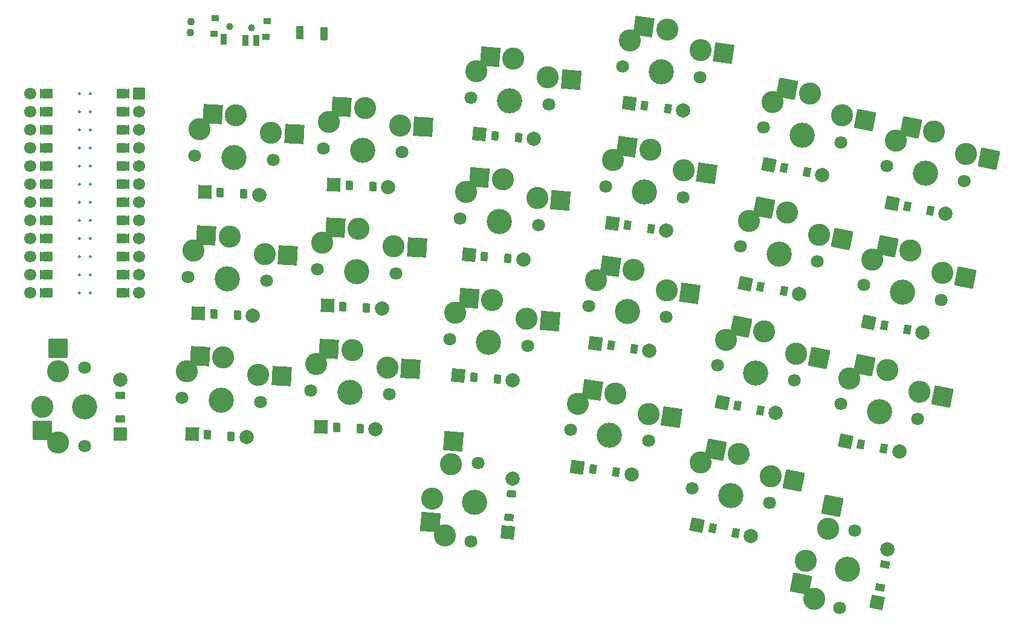
<source format=gbr>
%TF.GenerationSoftware,KiCad,Pcbnew,(6.0.9)*%
%TF.CreationDate,2022-11-07T09:36:57+01:00*%
%TF.ProjectId,itemun,6974656d-756e-42e6-9b69-6361645f7063,v1.0.0*%
%TF.SameCoordinates,Original*%
%TF.FileFunction,Soldermask,Bot*%
%TF.FilePolarity,Negative*%
%FSLAX46Y46*%
G04 Gerber Fmt 4.6, Leading zero omitted, Abs format (unit mm)*
G04 Created by KiCad (PCBNEW (6.0.9)) date 2022-11-07 09:36:57*
%MOMM*%
%LPD*%
G01*
G04 APERTURE LIST*
G04 Aperture macros list*
%AMRoundRect*
0 Rectangle with rounded corners*
0 $1 Rounding radius*
0 $2 $3 $4 $5 $6 $7 $8 $9 X,Y pos of 4 corners*
0 Add a 4 corners polygon primitive as box body*
4,1,4,$2,$3,$4,$5,$6,$7,$8,$9,$2,$3,0*
0 Add four circle primitives for the rounded corners*
1,1,$1+$1,$2,$3*
1,1,$1+$1,$4,$5*
1,1,$1+$1,$6,$7*
1,1,$1+$1,$8,$9*
0 Add four rect primitives between the rounded corners*
20,1,$1+$1,$2,$3,$4,$5,0*
20,1,$1+$1,$4,$5,$6,$7,0*
20,1,$1+$1,$6,$7,$8,$9,0*
20,1,$1+$1,$8,$9,$2,$3,0*%
%AMFreePoly0*
4,1,14,0.635355,0.435355,0.650000,0.400000,0.650000,0.200000,0.635355,0.164645,0.035355,-0.435355,0.000000,-0.450000,-0.035355,-0.435355,-0.635355,0.164645,-0.650000,0.200000,-0.650000,0.400000,-0.635355,0.435355,-0.600000,0.450000,0.600000,0.450000,0.635355,0.435355,0.635355,0.435355,$1*%
%AMFreePoly1*
4,1,16,0.635355,1.035355,0.650000,1.000000,0.650000,-0.250000,0.635355,-0.285355,0.600000,-0.300000,-0.600000,-0.300000,-0.635355,-0.285355,-0.650000,-0.250000,-0.650000,1.000000,-0.635355,1.035355,-0.600000,1.050000,-0.564645,1.035355,0.000000,0.470710,0.564645,1.035355,0.600000,1.050000,0.635355,1.035355,0.635355,1.035355,$1*%
G04 Aperture macros list end*
%ADD10C,0.250000*%
%ADD11C,0.100000*%
%ADD12C,1.801800*%
%ADD13C,3.100000*%
%ADD14C,3.529000*%
%ADD15RoundRect,0.050000X-1.366255X-1.230182X1.230182X-1.366255X1.366255X1.230182X-1.230182X1.366255X0*%
%ADD16C,1.100000*%
%ADD17RoundRect,0.050000X-1.524167X-1.028064X1.028064X-1.524167X1.524167X1.028064X-1.028064X1.524167X0*%
%ADD18RoundRect,0.050000X0.503112X-0.556218X0.674840X0.327247X-0.503112X0.556218X-0.674840X-0.327247X0*%
%ADD19C,2.005000*%
%ADD20RoundRect,0.050000X0.703037X-1.042296X1.042296X0.703037X-0.703037X1.042296X-1.042296X-0.703037X0*%
%ADD21RoundRect,0.050000X1.300000X-1.300000X1.300000X1.300000X-1.300000X1.300000X-1.300000X-1.300000X0*%
%ADD22RoundRect,0.050000X-0.556218X-0.503112X0.327247X-0.674840X0.556218X0.503112X-0.327247X0.674840X0*%
%ADD23RoundRect,0.050000X-1.042296X-0.703037X0.703037X-1.042296X1.042296X0.703037X-0.703037X1.042296X0*%
%ADD24RoundRect,0.050000X-1.468274X-1.106423X1.106423X-1.468274X1.468274X1.106423X-1.106423X1.468274X0*%
%ADD25RoundRect,0.050000X-0.480785X-0.575627X0.417982X-0.622729X0.480785X0.575627X-0.417982X0.622729X0*%
%ADD26RoundRect,0.050000X-0.934308X-0.841255X0.841255X-0.934308X0.934308X0.841255X-0.841255X0.934308X0*%
%ADD27RoundRect,0.050000X1.028064X-1.524167X1.524167X1.028064X-1.028064X1.524167X-1.524167X-1.028064X0*%
%ADD28RoundRect,0.050000X-0.500000X-0.400000X0.500000X-0.400000X0.500000X0.400000X-0.500000X0.400000X0*%
%ADD29C,1.000000*%
%ADD30RoundRect,0.050000X-0.350000X-0.750000X0.350000X-0.750000X0.350000X0.750000X-0.350000X0.750000X0*%
%ADD31RoundRect,0.050000X-0.450000X-0.850000X0.450000X-0.850000X0.450000X0.850000X-0.450000X0.850000X0*%
%ADD32RoundRect,0.050000X-1.408356X-1.181751X1.181751X-1.408356X1.408356X1.181751X-1.181751X1.408356X0*%
%ADD33RoundRect,0.050000X-0.500581X-0.558497X0.395994X-0.636937X0.500581X0.558497X-0.395994X0.636937X0*%
%ADD34RoundRect,0.050000X-0.963099X-0.808136X0.808136X-0.963099X0.963099X0.808136X-0.808136X0.963099X0*%
%ADD35RoundRect,0.050000X1.181751X-1.408356X1.408356X1.181751X-1.181751X1.408356X-1.408356X-1.181751X0*%
%ADD36RoundRect,0.050000X-0.529124X-0.531533X0.362117X-0.656789X0.529124X0.531533X-0.362117X0.656789X0*%
%ADD37RoundRect,0.050000X-1.004073X-0.756623X0.756623X-1.004073X1.004073X0.756623X-0.756623X1.004073X0*%
%ADD38RoundRect,0.050000X0.558497X-0.500581X0.636937X0.395994X-0.558497X0.500581X-0.636937X-0.395994X0*%
%ADD39RoundRect,0.050000X0.808136X-0.963099X0.963099X0.808136X-0.808136X0.963099X-0.963099X-0.808136X0*%
%ADD40RoundRect,0.050000X0.600000X-0.450000X0.600000X0.450000X-0.600000X0.450000X-0.600000X-0.450000X0*%
%ADD41RoundRect,0.050000X0.889000X-0.889000X0.889000X0.889000X-0.889000X0.889000X-0.889000X-0.889000X0*%
%ADD42C,1.700000*%
%ADD43FreePoly0,90.000000*%
%ADD44FreePoly0,270.000000*%
%ADD45RoundRect,0.050000X-0.800000X0.800000X-0.800000X-0.800000X0.800000X-0.800000X0.800000X0.800000X0*%
%ADD46FreePoly1,90.000000*%
%ADD47FreePoly1,270.000000*%
G04 APERTURE END LIST*
D10*
%TO.C,MCU1*%
X17294505Y27758803D02*
G75*
G03*
X17294505Y27758803I-125000J0D01*
G01*
X18818505Y42998803D02*
G75*
G03*
X18818505Y42998803I-125000J0D01*
G01*
X17294505Y32838803D02*
G75*
G03*
X17294505Y32838803I-125000J0D01*
G01*
X18818505Y17598803D02*
G75*
G03*
X18818505Y17598803I-125000J0D01*
G01*
X17294505Y22678803D02*
G75*
G03*
X17294505Y22678803I-125000J0D01*
G01*
X18818505Y37918803D02*
G75*
G03*
X18818505Y37918803I-125000J0D01*
G01*
X18818505Y25218803D02*
G75*
G03*
X18818505Y25218803I-125000J0D01*
G01*
X18818505Y20138803D02*
G75*
G03*
X18818505Y20138803I-125000J0D01*
G01*
X17294505Y37918803D02*
G75*
G03*
X17294505Y37918803I-125000J0D01*
G01*
X18818505Y27758803D02*
G75*
G03*
X18818505Y27758803I-125000J0D01*
G01*
X17294505Y30298803D02*
G75*
G03*
X17294505Y30298803I-125000J0D01*
G01*
X17294505Y17598803D02*
G75*
G03*
X17294505Y17598803I-125000J0D01*
G01*
X17294505Y40458803D02*
G75*
G03*
X17294505Y40458803I-125000J0D01*
G01*
X18818505Y40458803D02*
G75*
G03*
X18818505Y40458803I-125000J0D01*
G01*
X18818505Y35378803D02*
G75*
G03*
X18818505Y35378803I-125000J0D01*
G01*
X18818505Y30298803D02*
G75*
G03*
X18818505Y30298803I-125000J0D01*
G01*
X18818505Y22678803D02*
G75*
G03*
X18818505Y22678803I-125000J0D01*
G01*
X17294505Y42998803D02*
G75*
G03*
X17294505Y42998803I-125000J0D01*
G01*
X17294505Y20138803D02*
G75*
G03*
X17294505Y20138803I-125000J0D01*
G01*
X17294505Y25218803D02*
G75*
G03*
X17294505Y25218803I-125000J0D01*
G01*
X18818505Y32838803D02*
G75*
G03*
X18818505Y32838803I-125000J0D01*
G01*
X18818505Y45538803D02*
G75*
G03*
X18818505Y45538803I-125000J0D01*
G01*
X17294505Y35378803D02*
G75*
G03*
X17294505Y35378803I-125000J0D01*
G01*
X17294505Y45538803D02*
G75*
G03*
X17294505Y45538803I-125000J0D01*
G01*
G36*
X12851505Y29790803D02*
G01*
X11835505Y29790803D01*
X11835505Y30806803D01*
X12851505Y30806803D01*
X12851505Y29790803D01*
G37*
D11*
X12851505Y29790803D02*
X11835505Y29790803D01*
X11835505Y30806803D01*
X12851505Y30806803D01*
X12851505Y29790803D01*
G36*
X24027505Y32330803D02*
G01*
X23011505Y32330803D01*
X23011505Y33346803D01*
X24027505Y33346803D01*
X24027505Y32330803D01*
G37*
X24027505Y32330803D02*
X23011505Y32330803D01*
X23011505Y33346803D01*
X24027505Y33346803D01*
X24027505Y32330803D01*
G36*
X24027505Y29790803D02*
G01*
X23011505Y29790803D01*
X23011505Y30806803D01*
X24027505Y30806803D01*
X24027505Y29790803D01*
G37*
X24027505Y29790803D02*
X23011505Y29790803D01*
X23011505Y30806803D01*
X24027505Y30806803D01*
X24027505Y29790803D01*
G36*
X24027505Y22170803D02*
G01*
X23011505Y22170803D01*
X23011505Y23186803D01*
X24027505Y23186803D01*
X24027505Y22170803D01*
G37*
X24027505Y22170803D02*
X23011505Y22170803D01*
X23011505Y23186803D01*
X24027505Y23186803D01*
X24027505Y22170803D01*
G36*
X12851505Y39950803D02*
G01*
X11835505Y39950803D01*
X11835505Y40966803D01*
X12851505Y40966803D01*
X12851505Y39950803D01*
G37*
X12851505Y39950803D02*
X11835505Y39950803D01*
X11835505Y40966803D01*
X12851505Y40966803D01*
X12851505Y39950803D01*
G36*
X24027505Y24710803D02*
G01*
X23011505Y24710803D01*
X23011505Y25726803D01*
X24027505Y25726803D01*
X24027505Y24710803D01*
G37*
X24027505Y24710803D02*
X23011505Y24710803D01*
X23011505Y25726803D01*
X24027505Y25726803D01*
X24027505Y24710803D01*
G36*
X12851505Y37410803D02*
G01*
X11835505Y37410803D01*
X11835505Y38426803D01*
X12851505Y38426803D01*
X12851505Y37410803D01*
G37*
X12851505Y37410803D02*
X11835505Y37410803D01*
X11835505Y38426803D01*
X12851505Y38426803D01*
X12851505Y37410803D01*
G36*
X24027505Y19630803D02*
G01*
X23011505Y19630803D01*
X23011505Y20646803D01*
X24027505Y20646803D01*
X24027505Y19630803D01*
G37*
X24027505Y19630803D02*
X23011505Y19630803D01*
X23011505Y20646803D01*
X24027505Y20646803D01*
X24027505Y19630803D01*
G36*
X24027505Y45030803D02*
G01*
X23011505Y45030803D01*
X23011505Y46046803D01*
X24027505Y46046803D01*
X24027505Y45030803D01*
G37*
X24027505Y45030803D02*
X23011505Y45030803D01*
X23011505Y46046803D01*
X24027505Y46046803D01*
X24027505Y45030803D01*
G36*
X24027505Y39950803D02*
G01*
X23011505Y39950803D01*
X23011505Y40966803D01*
X24027505Y40966803D01*
X24027505Y39950803D01*
G37*
X24027505Y39950803D02*
X23011505Y39950803D01*
X23011505Y40966803D01*
X24027505Y40966803D01*
X24027505Y39950803D01*
G36*
X24027505Y42490803D02*
G01*
X23011505Y42490803D01*
X23011505Y43506803D01*
X24027505Y43506803D01*
X24027505Y42490803D01*
G37*
X24027505Y42490803D02*
X23011505Y42490803D01*
X23011505Y43506803D01*
X24027505Y43506803D01*
X24027505Y42490803D01*
G36*
X24027505Y27250803D02*
G01*
X23011505Y27250803D01*
X23011505Y28266803D01*
X24027505Y28266803D01*
X24027505Y27250803D01*
G37*
X24027505Y27250803D02*
X23011505Y27250803D01*
X23011505Y28266803D01*
X24027505Y28266803D01*
X24027505Y27250803D01*
G36*
X24027505Y37410803D02*
G01*
X23011505Y37410803D01*
X23011505Y38426803D01*
X24027505Y38426803D01*
X24027505Y37410803D01*
G37*
X24027505Y37410803D02*
X23011505Y37410803D01*
X23011505Y38426803D01*
X24027505Y38426803D01*
X24027505Y37410803D01*
G36*
X24027505Y17090803D02*
G01*
X23011505Y17090803D01*
X23011505Y18106803D01*
X24027505Y18106803D01*
X24027505Y17090803D01*
G37*
X24027505Y17090803D02*
X23011505Y17090803D01*
X23011505Y18106803D01*
X24027505Y18106803D01*
X24027505Y17090803D01*
G36*
X12851505Y32330803D02*
G01*
X11835505Y32330803D01*
X11835505Y33346803D01*
X12851505Y33346803D01*
X12851505Y32330803D01*
G37*
X12851505Y32330803D02*
X11835505Y32330803D01*
X11835505Y33346803D01*
X12851505Y33346803D01*
X12851505Y32330803D01*
G36*
X12851505Y42490803D02*
G01*
X11835505Y42490803D01*
X11835505Y43506803D01*
X12851505Y43506803D01*
X12851505Y42490803D01*
G37*
X12851505Y42490803D02*
X11835505Y42490803D01*
X11835505Y43506803D01*
X12851505Y43506803D01*
X12851505Y42490803D01*
G36*
X12851505Y34870803D02*
G01*
X11835505Y34870803D01*
X11835505Y35886803D01*
X12851505Y35886803D01*
X12851505Y34870803D01*
G37*
X12851505Y34870803D02*
X11835505Y34870803D01*
X11835505Y35886803D01*
X12851505Y35886803D01*
X12851505Y34870803D01*
G36*
X12851505Y27250803D02*
G01*
X11835505Y27250803D01*
X11835505Y28266803D01*
X12851505Y28266803D01*
X12851505Y27250803D01*
G37*
X12851505Y27250803D02*
X11835505Y27250803D01*
X11835505Y28266803D01*
X12851505Y28266803D01*
X12851505Y27250803D01*
G36*
X12851505Y17090803D02*
G01*
X11835505Y17090803D01*
X11835505Y18106803D01*
X12851505Y18106803D01*
X12851505Y17090803D01*
G37*
X12851505Y17090803D02*
X11835505Y17090803D01*
X11835505Y18106803D01*
X12851505Y18106803D01*
X12851505Y17090803D01*
G36*
X12851505Y19630803D02*
G01*
X11835505Y19630803D01*
X11835505Y20646803D01*
X12851505Y20646803D01*
X12851505Y19630803D01*
G37*
X12851505Y19630803D02*
X11835505Y19630803D01*
X11835505Y20646803D01*
X12851505Y20646803D01*
X12851505Y19630803D01*
G36*
X12851505Y45030803D02*
G01*
X11835505Y45030803D01*
X11835505Y46046803D01*
X12851505Y46046803D01*
X12851505Y45030803D01*
G37*
X12851505Y45030803D02*
X11835505Y45030803D01*
X11835505Y46046803D01*
X12851505Y46046803D01*
X12851505Y45030803D01*
G36*
X12851505Y22170803D02*
G01*
X11835505Y22170803D01*
X11835505Y23186803D01*
X12851505Y23186803D01*
X12851505Y22170803D01*
G37*
X12851505Y22170803D02*
X11835505Y22170803D01*
X11835505Y23186803D01*
X12851505Y23186803D01*
X12851505Y22170803D01*
G36*
X12851505Y24710803D02*
G01*
X11835505Y24710803D01*
X11835505Y25726803D01*
X12851505Y25726803D01*
X12851505Y24710803D01*
G37*
X12851505Y24710803D02*
X11835505Y24710803D01*
X11835505Y25726803D01*
X12851505Y25726803D01*
X12851505Y24710803D01*
G36*
X24027505Y34870803D02*
G01*
X23011505Y34870803D01*
X23011505Y35886803D01*
X24027505Y35886803D01*
X24027505Y34870803D01*
G37*
X24027505Y34870803D02*
X23011505Y34870803D01*
X23011505Y35886803D01*
X24027505Y35886803D01*
X24027505Y34870803D01*
%TD*%
D12*
%TO.C,S3*%
X43392311Y19260533D03*
X32407387Y19836229D03*
D13*
X38211248Y25490227D03*
X33102961Y23554922D03*
X38211248Y25490227D03*
D14*
X37899849Y19548381D03*
D13*
X43089257Y23031562D03*
D15*
X34940736Y25661627D03*
X46359768Y22860162D03*
%TD*%
D16*
%TO.C,*%
X32701949Y54117795D03*
X32780453Y55615739D03*
%TD*%
D13*
%TO.C,S22*%
X109537104Y-5009540D03*
D12*
X113800740Y-11899671D03*
D14*
X108401790Y-10850222D03*
D12*
X103002840Y-9800773D03*
D13*
X104209188Y-6215075D03*
X114025460Y-8123165D03*
X109537104Y-5009540D03*
D17*
X106322274Y-4384641D03*
X117240289Y-8748064D03*
%TD*%
D13*
%TO.C,S4*%
X39100959Y42466930D03*
X43978968Y40008265D03*
D14*
X38789560Y36525084D03*
D12*
X44282022Y36237236D03*
D13*
X33992672Y40531625D03*
X39100959Y42466930D03*
D12*
X33297098Y36812932D03*
D15*
X35830447Y42638330D03*
X47249479Y39836865D03*
%TD*%
D18*
%TO.C,D23*%
X129328717Y-23729905D03*
D19*
X130370534Y-18370220D03*
D20*
X128916570Y-25850220D03*
D18*
X129958387Y-20490535D03*
%TD*%
D12*
%TO.C,S1*%
X17931505Y7068803D03*
D13*
X11981505Y1568803D03*
D12*
X17931505Y-3931197D03*
D13*
X14181505Y6568803D03*
D14*
X17931505Y1568803D03*
D13*
X11981505Y1568803D03*
X14181505Y-3431197D03*
D21*
X11981505Y-1706197D03*
X14181505Y9843803D03*
%TD*%
D12*
%TO.C,S5*%
X49597679Y3914739D03*
D14*
X55090141Y3626891D03*
D13*
X55401540Y9568737D03*
X55401540Y9568737D03*
X50293253Y7633432D03*
D12*
X60582603Y3339043D03*
D13*
X60279549Y7110072D03*
D15*
X52131028Y9740137D03*
X63550060Y6938672D03*
%TD*%
D22*
%TO.C,D16*%
X115827254Y35138880D03*
D19*
X121186939Y34097063D03*
D23*
X113706939Y35551027D03*
D22*
X119066624Y34509210D03*
%TD*%
D13*
%TO.C,S21*%
X96885243Y614142D03*
X92240084Y3488597D03*
X92240084Y3488597D03*
D14*
X91412004Y-2403498D03*
D12*
X96858478Y-3168950D03*
D13*
X86982563Y2005873D03*
D12*
X85965530Y-1638046D03*
D24*
X88996956Y3944389D03*
X100128371Y158350D03*
%TD*%
D12*
%TO.C,S18*%
X127045953Y18696151D03*
D14*
X132444903Y17646702D03*
D12*
X137843853Y16597253D03*
D13*
X133580217Y23487384D03*
X133580217Y23487384D03*
X138068573Y20373759D03*
X128252301Y22281849D03*
D17*
X130365387Y24112283D03*
X141283402Y19748860D03*
%TD*%
D25*
%TO.C,D5*%
X53180722Y-1279903D03*
D19*
X58633240Y-1565657D03*
D26*
X51023682Y-1166857D03*
D25*
X56476200Y-1452611D03*
%TD*%
D13*
%TO.C,S23*%
X118894735Y-20020861D03*
D12*
X123685968Y-26555125D03*
D13*
X122008360Y-15532505D03*
X120100270Y-25348777D03*
D14*
X124735417Y-21156175D03*
D12*
X125784866Y-15757225D03*
D13*
X118894735Y-20020861D03*
D27*
X118269836Y-23235691D03*
X122633259Y-12317676D03*
%TD*%
D28*
%TO.C,*%
X36045787Y53912510D03*
D29*
X41246822Y54751459D03*
D28*
X43451445Y55737429D03*
D29*
X38250934Y54908467D03*
D28*
X36161450Y56119481D03*
D29*
X41246822Y54751459D03*
D28*
X43335783Y53530458D03*
D29*
X38250934Y54908467D03*
D30*
X37409850Y53190131D03*
X40405739Y53033123D03*
X41903683Y52954619D03*
%TD*%
D31*
%TO.C,*%
X51415573Y53888085D03*
X48020233Y54066027D03*
%TD*%
D19*
%TO.C,D2*%
X40553237Y-2620868D03*
D25*
X35100719Y-2335114D03*
X38396197Y-2507822D03*
D26*
X32943679Y-2222068D03*
%TD*%
D14*
%TO.C,S12*%
X96299367Y31777311D03*
D13*
X97127447Y37669406D03*
X91869926Y36186682D03*
D12*
X101745841Y31011859D03*
X90852893Y32542763D03*
D13*
X97127447Y37669406D03*
X101772606Y34794951D03*
D24*
X93884319Y38125198D03*
X105015734Y34339159D03*
%TD*%
D12*
%TO.C,S15*%
X109758281Y24093967D03*
X120556181Y21995069D03*
D13*
X110964629Y27679665D03*
X120780901Y25771575D03*
D14*
X115157231Y23044518D03*
D13*
X116292545Y28885200D03*
X116292545Y28885200D03*
D17*
X113077715Y29510099D03*
X123995730Y25146676D03*
%TD*%
D25*
%TO.C,D3*%
X35990430Y14641588D03*
D19*
X41442948Y14355834D03*
D25*
X39285908Y14468880D03*
D26*
X33833390Y14754634D03*
%TD*%
D14*
%TO.C,S10*%
X77446085Y44492164D03*
D12*
X82925156Y44012807D03*
D13*
X77964662Y50419522D03*
X77964662Y50419522D03*
X82753893Y47792115D03*
X72791946Y48663673D03*
D12*
X71967014Y44971521D03*
D32*
X74702124Y50704958D03*
X86016430Y47506680D03*
%TD*%
D19*
%TO.C,D7*%
X60412663Y32387748D03*
D25*
X54960145Y32673502D03*
D26*
X52803105Y32786548D03*
D25*
X58255623Y32500794D03*
%TD*%
D19*
%TO.C,D9*%
X79324161Y22243818D03*
D33*
X73884938Y22719688D03*
D34*
X71733157Y22907944D03*
D33*
X77172380Y22432074D03*
%TD*%
D14*
%TO.C,S16*%
X118400984Y39732180D03*
D13*
X114208382Y44367327D03*
X124024654Y42459237D03*
D12*
X113002034Y40781629D03*
X123799934Y38682731D03*
D13*
X119536298Y45572862D03*
X119536298Y45572862D03*
D17*
X116321468Y46197761D03*
X127239483Y41834338D03*
%TD*%
D13*
%TO.C,S6*%
X56291252Y26545439D03*
X51182965Y24610134D03*
X61169261Y24086774D03*
X56291252Y26545439D03*
D12*
X61472315Y20315745D03*
X50487391Y20891441D03*
D14*
X55979853Y20603593D03*
D15*
X53020740Y26716839D03*
X64439772Y23915374D03*
%TD*%
D12*
%TO.C,S7*%
X51377102Y37868143D03*
D13*
X57180963Y43522141D03*
X52072676Y41586836D03*
X62058972Y41063476D03*
X57180963Y43522141D03*
D14*
X56869564Y37580295D03*
D12*
X62362026Y37292447D03*
D15*
X53910451Y43693541D03*
X65329483Y40892076D03*
%TD*%
D25*
%TO.C,D4*%
X36880141Y31618290D03*
D19*
X42332659Y31332536D03*
D25*
X40175619Y31445582D03*
D26*
X34723101Y31731336D03*
%TD*%
D13*
%TO.C,S20*%
X66594428Y-11274260D03*
D12*
X72042429Y-17271908D03*
D14*
X72521786Y-11792837D03*
D12*
X73001143Y-6313766D03*
D13*
X69221835Y-6485029D03*
X68350277Y-16446976D03*
X66594428Y-11274260D03*
D35*
X66308992Y-14536798D03*
X69507270Y-3222492D03*
%TD*%
D19*
%TO.C,D18*%
X135230858Y12011584D03*
D22*
X129871173Y13053401D03*
D23*
X127750858Y13465548D03*
D22*
X133110543Y12423731D03*
%TD*%
D14*
%TO.C,S17*%
X129201150Y959040D03*
D12*
X134600100Y-90409D03*
D13*
X130336464Y6799722D03*
X130336464Y6799722D03*
X125008548Y5594187D03*
X134824820Y3686097D03*
D12*
X123802200Y2008489D03*
D17*
X127121634Y7424621D03*
X138039649Y3061198D03*
%TD*%
D36*
%TO.C,D21*%
X89082196Y-7125202D03*
D19*
X94489059Y-7885088D03*
D36*
X92350080Y-7584474D03*
D37*
X86943217Y-6824588D03*
%TD*%
D33*
%TO.C,D8*%
X72403290Y5784378D03*
D19*
X77842513Y5308508D03*
D33*
X75690732Y5496764D03*
D34*
X70251509Y5972634D03*
%TD*%
D19*
%TO.C,D13*%
X101742365Y43130277D03*
D36*
X96335502Y43890163D03*
X99603386Y43430891D03*
D37*
X94196523Y44190777D03*
%TD*%
D19*
%TO.C,D22*%
X111187745Y-16485340D03*
D22*
X105828060Y-15443523D03*
D23*
X103707745Y-15031376D03*
D22*
X109067430Y-16073193D03*
%TD*%
D36*
%TO.C,D11*%
X91603616Y10221049D03*
D19*
X97010479Y9461163D03*
D36*
X94871500Y9761777D03*
D37*
X89464637Y10521663D03*
%TD*%
D19*
%TO.C,D19*%
X138474611Y28699246D03*
D22*
X133114926Y29741063D03*
D23*
X130994611Y30153210D03*
D22*
X136354296Y29111393D03*
%TD*%
D19*
%TO.C,D20*%
X77834822Y-8433113D03*
D38*
X77358952Y-13872336D03*
D39*
X77170696Y-16024117D03*
D38*
X77646566Y-10584894D03*
%TD*%
D12*
%TO.C,S19*%
X130289706Y35383813D03*
D14*
X135688656Y34334364D03*
D13*
X136823970Y40175046D03*
X136823970Y40175046D03*
X131496054Y38969511D03*
D12*
X141087606Y33284915D03*
D13*
X141312326Y37061421D03*
D17*
X133609140Y40799945D03*
X144527155Y36436522D03*
%TD*%
D36*
%TO.C,D12*%
X93969559Y27055606D03*
D19*
X99376422Y26295720D03*
D37*
X91830580Y27356220D03*
D36*
X97237443Y26596334D03*
%TD*%
D40*
%TO.C,D1*%
X22931505Y-81197D03*
D19*
X22931505Y5378803D03*
D41*
X22931505Y-2241197D03*
D40*
X22931505Y3218803D03*
%TD*%
D13*
%TO.C,S11*%
X94761504Y20834848D03*
D12*
X99379898Y14177301D03*
D13*
X94761504Y20834848D03*
D14*
X93933424Y14942753D03*
D13*
X89503983Y19352124D03*
D12*
X88486950Y15708205D03*
D13*
X99406663Y17960393D03*
D24*
X91518376Y21290640D03*
X102649791Y17504601D03*
%TD*%
D22*
%TO.C,D15*%
X112583501Y18451217D03*
D19*
X117943186Y17409400D03*
D23*
X110463186Y18863364D03*
D22*
X115822871Y17821547D03*
%TD*%
D13*
%TO.C,S14*%
X113048793Y12197538D03*
X117537149Y9083913D03*
X113048793Y12197538D03*
D12*
X117312429Y5307407D03*
X106514529Y7406305D03*
D13*
X107720877Y10992003D03*
D14*
X111913479Y6356856D03*
D17*
X109833963Y12822437D03*
X120751978Y8459014D03*
%TD*%
D13*
%TO.C,S9*%
X76483015Y33484212D03*
X76483015Y33484212D03*
D12*
X81443509Y27077497D03*
D14*
X75964438Y27556854D03*
D13*
X71310299Y31728363D03*
D12*
X70485367Y28036211D03*
D13*
X81272246Y30856805D03*
D32*
X73220477Y33769648D03*
X84534783Y30571370D03*
%TD*%
D19*
%TO.C,D6*%
X59522952Y15411046D03*
D25*
X54070434Y15696800D03*
D26*
X51913394Y15809846D03*
D25*
X57365912Y15524092D03*
%TD*%
D13*
%TO.C,S8*%
X75001367Y16548902D03*
D12*
X79961861Y10142187D03*
D13*
X75001367Y16548902D03*
D14*
X74482790Y10621544D03*
D13*
X69828651Y14793053D03*
D12*
X69003719Y11100901D03*
D13*
X79790598Y13921495D03*
D32*
X71738829Y16834338D03*
X83053135Y13636060D03*
%TD*%
D42*
%TO.C,MCU1*%
X25551505Y17598803D03*
D43*
X12089505Y37918803D03*
X12089505Y22678803D03*
X12089505Y32838803D03*
D44*
X23773505Y30298803D03*
D45*
X25551505Y45538803D03*
D42*
X25551505Y45538803D03*
X10311505Y27758803D03*
X25551505Y27758803D03*
D43*
X12089505Y17598803D03*
D44*
X23773505Y25218803D03*
D42*
X25551505Y37918803D03*
D44*
X23773505Y37918803D03*
D42*
X25551505Y40458803D03*
D44*
X23773505Y40458803D03*
D42*
X10311505Y25218803D03*
X25551505Y22678803D03*
D44*
X23773505Y20138803D03*
D42*
X25551505Y42998803D03*
D44*
X23773505Y45538803D03*
D43*
X12089505Y35378803D03*
D42*
X10311505Y45538803D03*
D43*
X12089505Y45538803D03*
X12089505Y20138803D03*
D42*
X10311505Y17598803D03*
D44*
X23773505Y42998803D03*
D42*
X25551505Y35378803D03*
D44*
X23773505Y17598803D03*
D43*
X12089505Y25218803D03*
D42*
X10311505Y35378803D03*
D44*
X23773505Y32838803D03*
D42*
X10311505Y20138803D03*
D44*
X23773505Y27758803D03*
X23773505Y22678803D03*
D42*
X25551505Y30298803D03*
X25551505Y25218803D03*
D43*
X12089505Y42998803D03*
D42*
X10311505Y42998803D03*
X10311505Y40458803D03*
X25551505Y20138803D03*
D44*
X23773505Y35378803D03*
D43*
X12089505Y30298803D03*
D42*
X25551505Y32838803D03*
X10311505Y37918803D03*
X10311505Y30298803D03*
X10311505Y22678803D03*
D43*
X12089505Y40458803D03*
D42*
X10311505Y32838803D03*
D43*
X12089505Y27758803D03*
D46*
X13105505Y45538803D03*
X13105505Y42998803D03*
X13105505Y40458803D03*
X13105505Y37918803D03*
X13105505Y35378803D03*
X13105505Y32838803D03*
X13105505Y30298803D03*
X13105505Y27758803D03*
X13105505Y25218803D03*
X13105505Y22678803D03*
X13105505Y20138803D03*
X13105505Y17598803D03*
D47*
X22757505Y17598803D03*
X22757505Y20138803D03*
X22757505Y22678803D03*
X22757505Y25218803D03*
X22757505Y27758803D03*
X22757505Y30298803D03*
X22757505Y32838803D03*
X22757505Y35378803D03*
X22757505Y37918803D03*
X22757505Y40458803D03*
X22757505Y42998803D03*
X22757505Y45538803D03*
%TD*%
D13*
%TO.C,S13*%
X94235868Y53021239D03*
X99493389Y54503963D03*
D12*
X104111783Y47846416D03*
X93218835Y49377320D03*
D13*
X99493389Y54503963D03*
D14*
X98665309Y48611868D03*
D13*
X104138548Y51629508D03*
D24*
X96250261Y54959755D03*
X107381676Y51173716D03*
%TD*%
D19*
%TO.C,D14*%
X114699434Y721738D03*
D22*
X109339749Y1763555D03*
X112579119Y1133885D03*
D23*
X107219434Y2175702D03*
%TD*%
D12*
%TO.C,S2*%
X42502600Y2283831D03*
D13*
X37321537Y8513525D03*
X37321537Y8513525D03*
X42199546Y6054860D03*
D12*
X31517676Y2859527D03*
D14*
X37010138Y2571679D03*
D13*
X32213250Y6578220D03*
D15*
X34051025Y8684925D03*
X45470057Y5883460D03*
%TD*%
D19*
%TO.C,D10*%
X80805809Y39179128D03*
D33*
X75366586Y39654998D03*
D34*
X73214805Y39843254D03*
D33*
X78654028Y39367384D03*
%TD*%
D22*
%TO.C,D17*%
X126627420Y-3634261D03*
D19*
X131987105Y-4676078D03*
D23*
X124507105Y-3222114D03*
D22*
X129866790Y-4263931D03*
%TD*%
M02*

</source>
